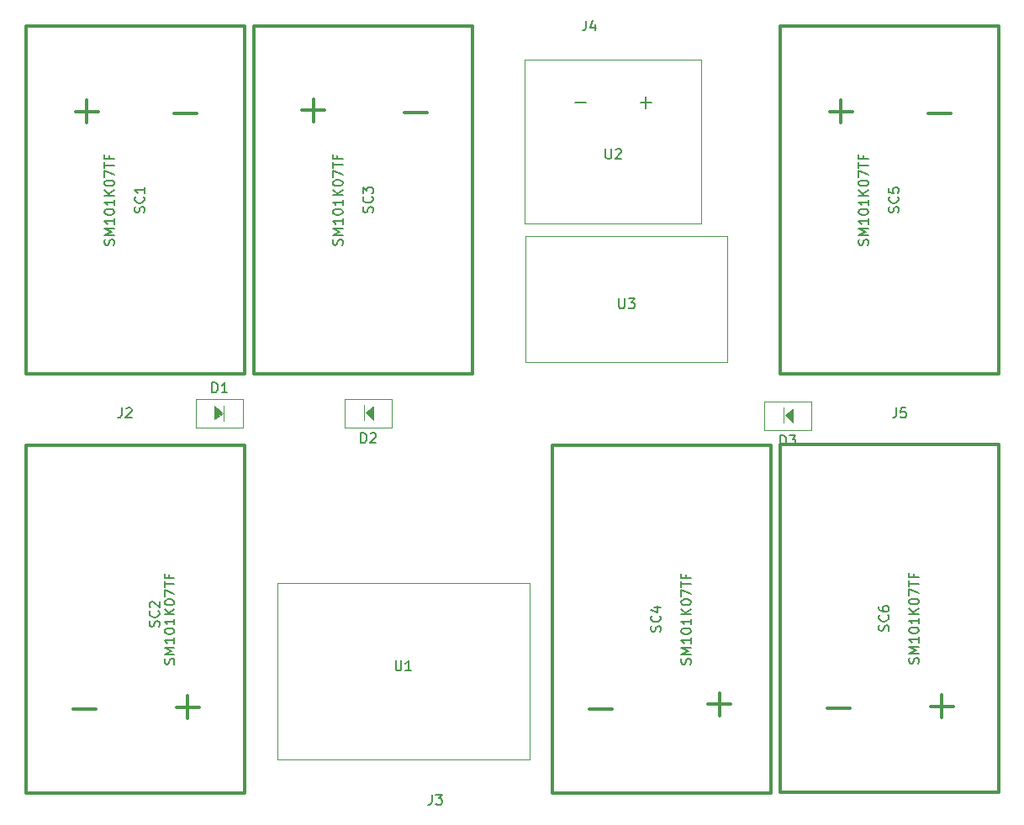
<source format=gbr>
%TF.GenerationSoftware,KiCad,Pcbnew,(5.1.10)-1*%
%TF.CreationDate,2022-05-09T17:44:24-07:00*%
%TF.ProjectId,solar-panel-side-Z,736f6c61-722d-4706-916e-656c2d736964,1.0*%
%TF.SameCoordinates,Original*%
%TF.FileFunction,Legend,Top*%
%TF.FilePolarity,Positive*%
%FSLAX46Y46*%
G04 Gerber Fmt 4.6, Leading zero omitted, Abs format (unit mm)*
G04 Created by KiCad (PCBNEW (5.1.10)-1) date 2022-05-09 17:44:24*
%MOMM*%
%LPD*%
G01*
G04 APERTURE LIST*
%ADD10C,0.120000*%
%ADD11C,0.100000*%
%ADD12C,0.300000*%
%ADD13C,0.150000*%
%ADD14C,0.200000*%
G04 APERTURE END LIST*
D10*
%TO.C,U1*%
X138500000Y-102610000D02*
X125800000Y-102610000D01*
X125800000Y-111500000D02*
X125800000Y-102610000D01*
X138500000Y-102610000D02*
X151200000Y-102610000D01*
X151200000Y-111500000D02*
X151200000Y-102610000D01*
X125800000Y-111500000D02*
X125800000Y-120390000D01*
X138500000Y-120390000D02*
X125800000Y-120390000D01*
X138500000Y-120390000D02*
X151200000Y-120390000D01*
X151200000Y-111500000D02*
X151200000Y-120390000D01*
%TO.C,D3*%
X174875000Y-87200000D02*
X179625000Y-87200000D01*
X179625000Y-87200000D02*
X179625000Y-84300000D01*
X174875000Y-87200000D02*
X174875000Y-84300000D01*
X174875000Y-84300000D02*
X179625000Y-84300000D01*
D11*
G36*
X177758000Y-86461200D02*
G01*
X176945200Y-85724600D01*
X177758000Y-85115000D01*
X177758000Y-86461200D01*
G37*
X177758000Y-86461200D02*
X176945200Y-85724600D01*
X177758000Y-85115000D01*
X177758000Y-86461200D01*
D10*
X176818200Y-84937200D02*
X176818200Y-86486600D01*
%TO.C,D2*%
X132625000Y-86950000D02*
X137375000Y-86950000D01*
X137375000Y-86950000D02*
X137375000Y-84050000D01*
X132625000Y-86950000D02*
X132625000Y-84050000D01*
X132625000Y-84050000D02*
X137375000Y-84050000D01*
D11*
G36*
X135508000Y-86211200D02*
G01*
X134695200Y-85474600D01*
X135508000Y-84865000D01*
X135508000Y-86211200D01*
G37*
X135508000Y-86211200D02*
X134695200Y-85474600D01*
X135508000Y-84865000D01*
X135508000Y-86211200D01*
D10*
X134568200Y-84687200D02*
X134568200Y-86236600D01*
%TO.C,D1*%
X122375000Y-84050000D02*
X117625000Y-84050000D01*
X117625000Y-84050000D02*
X117625000Y-86950000D01*
X122375000Y-84050000D02*
X122375000Y-86950000D01*
X122375000Y-86950000D02*
X117625000Y-86950000D01*
D11*
G36*
X119492000Y-84788800D02*
G01*
X120304800Y-85525400D01*
X119492000Y-86135000D01*
X119492000Y-84788800D01*
G37*
X119492000Y-84788800D02*
X120304800Y-85525400D01*
X119492000Y-86135000D01*
X119492000Y-84788800D01*
D10*
X120431800Y-86312800D02*
X120431800Y-84763400D01*
%TO.C,U3*%
X161000000Y-80350000D02*
X171160000Y-80350000D01*
X171160000Y-80350000D02*
X171160000Y-74000000D01*
X161000000Y-80350000D02*
X150840000Y-80350000D01*
X150840000Y-80350000D02*
X150840000Y-74000000D01*
X171160000Y-67650000D02*
X171160000Y-74000000D01*
X161000000Y-67650000D02*
X171160000Y-67650000D01*
X150840000Y-67650000D02*
X150840000Y-74000000D01*
X161000000Y-67650000D02*
X150840000Y-67650000D01*
%TO.C,U2*%
X159650000Y-66405000D02*
X168540000Y-66405000D01*
X159650000Y-66405000D02*
X150760000Y-66405000D01*
X150760000Y-66405000D02*
X150760000Y-64500000D01*
X150760000Y-64500000D02*
X150760000Y-49895000D01*
X168540000Y-66405000D02*
X168540000Y-49895000D01*
X150760000Y-49895000D02*
X168540000Y-49895000D01*
D12*
%TO.C,SC5*%
X176452000Y-81508000D02*
X176452000Y-46508000D01*
X176452000Y-46508000D02*
X198452000Y-46508000D01*
X198452000Y-46508000D02*
X198452000Y-81508000D01*
X198452000Y-81508000D02*
X176452000Y-81508000D01*
%TO.C,SC4*%
X153500000Y-88750000D02*
X175500000Y-88750000D01*
X153500000Y-123750000D02*
X153500000Y-88750000D01*
X175500000Y-123750000D02*
X153500000Y-123750000D01*
X175500000Y-88750000D02*
X175500000Y-123750000D01*
%TO.C,SC6*%
X176452000Y-88672000D02*
X198452000Y-88672000D01*
X176452000Y-123672000D02*
X176452000Y-88672000D01*
X198452000Y-123672000D02*
X176452000Y-123672000D01*
X198452000Y-88672000D02*
X198452000Y-123672000D01*
%TO.C,SC3*%
X145500000Y-81500000D02*
X123500000Y-81500000D01*
X145500000Y-46500000D02*
X145500000Y-81500000D01*
X123500000Y-46500000D02*
X145500000Y-46500000D01*
X123500000Y-81500000D02*
X123500000Y-46500000D01*
%TO.C,SC2*%
X122506000Y-88750000D02*
X122506000Y-123750000D01*
X122506000Y-123750000D02*
X100506000Y-123750000D01*
X100506000Y-123750000D02*
X100506000Y-88750000D01*
X100506000Y-88750000D02*
X122506000Y-88750000D01*
%TO.C,SC1*%
X100506000Y-81508000D02*
X100506000Y-46508000D01*
X100506000Y-46508000D02*
X122506000Y-46508000D01*
X122506000Y-46508000D02*
X122506000Y-81508000D01*
X122506000Y-81508000D02*
X100506000Y-81508000D01*
%TO.C,J5*%
D13*
X188166666Y-84952380D02*
X188166666Y-85666666D01*
X188119047Y-85809523D01*
X188023809Y-85904761D01*
X187880952Y-85952380D01*
X187785714Y-85952380D01*
X189119047Y-84952380D02*
X188642857Y-84952380D01*
X188595238Y-85428571D01*
X188642857Y-85380952D01*
X188738095Y-85333333D01*
X188976190Y-85333333D01*
X189071428Y-85380952D01*
X189119047Y-85428571D01*
X189166666Y-85523809D01*
X189166666Y-85761904D01*
X189119047Y-85857142D01*
X189071428Y-85904761D01*
X188976190Y-85952380D01*
X188738095Y-85952380D01*
X188642857Y-85904761D01*
X188595238Y-85857142D01*
%TO.C,J4*%
X156916666Y-45952380D02*
X156916666Y-46666666D01*
X156869047Y-46809523D01*
X156773809Y-46904761D01*
X156630952Y-46952380D01*
X156535714Y-46952380D01*
X157821428Y-46285714D02*
X157821428Y-46952380D01*
X157583333Y-45904761D02*
X157345238Y-46619047D01*
X157964285Y-46619047D01*
%TO.C,J3*%
X141416666Y-123952380D02*
X141416666Y-124666666D01*
X141369047Y-124809523D01*
X141273809Y-124904761D01*
X141130952Y-124952380D01*
X141035714Y-124952380D01*
X141797619Y-123952380D02*
X142416666Y-123952380D01*
X142083333Y-124333333D01*
X142226190Y-124333333D01*
X142321428Y-124380952D01*
X142369047Y-124428571D01*
X142416666Y-124523809D01*
X142416666Y-124761904D01*
X142369047Y-124857142D01*
X142321428Y-124904761D01*
X142226190Y-124952380D01*
X141940476Y-124952380D01*
X141845238Y-124904761D01*
X141797619Y-124857142D01*
%TO.C,J2*%
X110166666Y-84952380D02*
X110166666Y-85666666D01*
X110119047Y-85809523D01*
X110023809Y-85904761D01*
X109880952Y-85952380D01*
X109785714Y-85952380D01*
X110595238Y-85047619D02*
X110642857Y-85000000D01*
X110738095Y-84952380D01*
X110976190Y-84952380D01*
X111071428Y-85000000D01*
X111119047Y-85047619D01*
X111166666Y-85142857D01*
X111166666Y-85238095D01*
X111119047Y-85380952D01*
X110547619Y-85952380D01*
X111166666Y-85952380D01*
%TO.C,U1*%
X137738095Y-110452380D02*
X137738095Y-111261904D01*
X137785714Y-111357142D01*
X137833333Y-111404761D01*
X137928571Y-111452380D01*
X138119047Y-111452380D01*
X138214285Y-111404761D01*
X138261904Y-111357142D01*
X138309523Y-111261904D01*
X138309523Y-110452380D01*
X139309523Y-111452380D02*
X138738095Y-111452380D01*
X139023809Y-111452380D02*
X139023809Y-110452380D01*
X138928571Y-110595238D01*
X138833333Y-110690476D01*
X138738095Y-110738095D01*
%TO.C,D3*%
X176511904Y-88742380D02*
X176511904Y-87742380D01*
X176750000Y-87742380D01*
X176892857Y-87790000D01*
X176988095Y-87885238D01*
X177035714Y-87980476D01*
X177083333Y-88170952D01*
X177083333Y-88313809D01*
X177035714Y-88504285D01*
X176988095Y-88599523D01*
X176892857Y-88694761D01*
X176750000Y-88742380D01*
X176511904Y-88742380D01*
X177416666Y-87742380D02*
X178035714Y-87742380D01*
X177702380Y-88123333D01*
X177845238Y-88123333D01*
X177940476Y-88170952D01*
X177988095Y-88218571D01*
X178035714Y-88313809D01*
X178035714Y-88551904D01*
X177988095Y-88647142D01*
X177940476Y-88694761D01*
X177845238Y-88742380D01*
X177559523Y-88742380D01*
X177464285Y-88694761D01*
X177416666Y-88647142D01*
%TO.C,D2*%
X134261904Y-88492380D02*
X134261904Y-87492380D01*
X134500000Y-87492380D01*
X134642857Y-87540000D01*
X134738095Y-87635238D01*
X134785714Y-87730476D01*
X134833333Y-87920952D01*
X134833333Y-88063809D01*
X134785714Y-88254285D01*
X134738095Y-88349523D01*
X134642857Y-88444761D01*
X134500000Y-88492380D01*
X134261904Y-88492380D01*
X135214285Y-87587619D02*
X135261904Y-87540000D01*
X135357142Y-87492380D01*
X135595238Y-87492380D01*
X135690476Y-87540000D01*
X135738095Y-87587619D01*
X135785714Y-87682857D01*
X135785714Y-87778095D01*
X135738095Y-87920952D01*
X135166666Y-88492380D01*
X135785714Y-88492380D01*
%TO.C,D1*%
X119261904Y-83412380D02*
X119261904Y-82412380D01*
X119500000Y-82412380D01*
X119642857Y-82460000D01*
X119738095Y-82555238D01*
X119785714Y-82650476D01*
X119833333Y-82840952D01*
X119833333Y-82983809D01*
X119785714Y-83174285D01*
X119738095Y-83269523D01*
X119642857Y-83364761D01*
X119500000Y-83412380D01*
X119261904Y-83412380D01*
X120785714Y-83412380D02*
X120214285Y-83412380D01*
X120500000Y-83412380D02*
X120500000Y-82412380D01*
X120404761Y-82555238D01*
X120309523Y-82650476D01*
X120214285Y-82698095D01*
%TO.C,U3*%
X160238095Y-73952380D02*
X160238095Y-74761904D01*
X160285714Y-74857142D01*
X160333333Y-74904761D01*
X160428571Y-74952380D01*
X160619047Y-74952380D01*
X160714285Y-74904761D01*
X160761904Y-74857142D01*
X160809523Y-74761904D01*
X160809523Y-73952380D01*
X161190476Y-73952380D02*
X161809523Y-73952380D01*
X161476190Y-74333333D01*
X161619047Y-74333333D01*
X161714285Y-74380952D01*
X161761904Y-74428571D01*
X161809523Y-74523809D01*
X161809523Y-74761904D01*
X161761904Y-74857142D01*
X161714285Y-74904761D01*
X161619047Y-74952380D01*
X161333333Y-74952380D01*
X161238095Y-74904761D01*
X161190476Y-74857142D01*
%TO.C,U2*%
X158888095Y-58872380D02*
X158888095Y-59681904D01*
X158935714Y-59777142D01*
X158983333Y-59824761D01*
X159078571Y-59872380D01*
X159269047Y-59872380D01*
X159364285Y-59824761D01*
X159411904Y-59777142D01*
X159459523Y-59681904D01*
X159459523Y-58872380D01*
X159888095Y-58967619D02*
X159935714Y-58920000D01*
X160030952Y-58872380D01*
X160269047Y-58872380D01*
X160364285Y-58920000D01*
X160411904Y-58967619D01*
X160459523Y-59062857D01*
X160459523Y-59158095D01*
X160411904Y-59300952D01*
X159840476Y-59872380D01*
X160459523Y-59872380D01*
D14*
X162380571Y-54193142D02*
X163523428Y-54193142D01*
X162952000Y-54764571D02*
X162952000Y-53621714D01*
X155776571Y-54193142D02*
X156919428Y-54193142D01*
%TO.C,SC5*%
D13*
X188356761Y-65269904D02*
X188404380Y-65127047D01*
X188404380Y-64888952D01*
X188356761Y-64793714D01*
X188309142Y-64746095D01*
X188213904Y-64698476D01*
X188118666Y-64698476D01*
X188023428Y-64746095D01*
X187975809Y-64793714D01*
X187928190Y-64888952D01*
X187880571Y-65079428D01*
X187832952Y-65174666D01*
X187785333Y-65222285D01*
X187690095Y-65269904D01*
X187594857Y-65269904D01*
X187499619Y-65222285D01*
X187452000Y-65174666D01*
X187404380Y-65079428D01*
X187404380Y-64841333D01*
X187452000Y-64698476D01*
X188309142Y-63698476D02*
X188356761Y-63746095D01*
X188404380Y-63888952D01*
X188404380Y-63984190D01*
X188356761Y-64127047D01*
X188261523Y-64222285D01*
X188166285Y-64269904D01*
X187975809Y-64317523D01*
X187832952Y-64317523D01*
X187642476Y-64269904D01*
X187547238Y-64222285D01*
X187452000Y-64127047D01*
X187404380Y-63984190D01*
X187404380Y-63888952D01*
X187452000Y-63746095D01*
X187499619Y-63698476D01*
X187404380Y-62793714D02*
X187404380Y-63269904D01*
X187880571Y-63317523D01*
X187832952Y-63269904D01*
X187785333Y-63174666D01*
X187785333Y-62936571D01*
X187832952Y-62841333D01*
X187880571Y-62793714D01*
X187975809Y-62746095D01*
X188213904Y-62746095D01*
X188309142Y-62793714D01*
X188356761Y-62841333D01*
X188404380Y-62936571D01*
X188404380Y-63174666D01*
X188356761Y-63269904D01*
X188309142Y-63317523D01*
X185316761Y-68555619D02*
X185364380Y-68412761D01*
X185364380Y-68174666D01*
X185316761Y-68079428D01*
X185269142Y-68031809D01*
X185173904Y-67984190D01*
X185078666Y-67984190D01*
X184983428Y-68031809D01*
X184935809Y-68079428D01*
X184888190Y-68174666D01*
X184840571Y-68365142D01*
X184792952Y-68460380D01*
X184745333Y-68508000D01*
X184650095Y-68555619D01*
X184554857Y-68555619D01*
X184459619Y-68508000D01*
X184412000Y-68460380D01*
X184364380Y-68365142D01*
X184364380Y-68127047D01*
X184412000Y-67984190D01*
X185364380Y-67555619D02*
X184364380Y-67555619D01*
X185078666Y-67222285D01*
X184364380Y-66888952D01*
X185364380Y-66888952D01*
X185364380Y-65888952D02*
X185364380Y-66460380D01*
X185364380Y-66174666D02*
X184364380Y-66174666D01*
X184507238Y-66269904D01*
X184602476Y-66365142D01*
X184650095Y-66460380D01*
X184364380Y-65269904D02*
X184364380Y-65174666D01*
X184412000Y-65079428D01*
X184459619Y-65031809D01*
X184554857Y-64984190D01*
X184745333Y-64936571D01*
X184983428Y-64936571D01*
X185173904Y-64984190D01*
X185269142Y-65031809D01*
X185316761Y-65079428D01*
X185364380Y-65174666D01*
X185364380Y-65269904D01*
X185316761Y-65365142D01*
X185269142Y-65412761D01*
X185173904Y-65460380D01*
X184983428Y-65508000D01*
X184745333Y-65508000D01*
X184554857Y-65460380D01*
X184459619Y-65412761D01*
X184412000Y-65365142D01*
X184364380Y-65269904D01*
X185364380Y-63984190D02*
X185364380Y-64555619D01*
X185364380Y-64269904D02*
X184364380Y-64269904D01*
X184507238Y-64365142D01*
X184602476Y-64460380D01*
X184650095Y-64555619D01*
X185364380Y-63555619D02*
X184364380Y-63555619D01*
X185364380Y-62984190D02*
X184792952Y-63412761D01*
X184364380Y-62984190D02*
X184935809Y-63555619D01*
X184364380Y-62365142D02*
X184364380Y-62269904D01*
X184412000Y-62174666D01*
X184459619Y-62127047D01*
X184554857Y-62079428D01*
X184745333Y-62031809D01*
X184983428Y-62031809D01*
X185173904Y-62079428D01*
X185269142Y-62127047D01*
X185316761Y-62174666D01*
X185364380Y-62269904D01*
X185364380Y-62365142D01*
X185316761Y-62460380D01*
X185269142Y-62508000D01*
X185173904Y-62555619D01*
X184983428Y-62603238D01*
X184745333Y-62603238D01*
X184554857Y-62555619D01*
X184459619Y-62508000D01*
X184412000Y-62460380D01*
X184364380Y-62365142D01*
X184364380Y-61698476D02*
X184364380Y-61031809D01*
X185364380Y-61460380D01*
X184364380Y-60793714D02*
X184364380Y-60222285D01*
X185364380Y-60508000D02*
X184364380Y-60508000D01*
X184840571Y-59555619D02*
X184840571Y-59888952D01*
X185364380Y-59888952D02*
X184364380Y-59888952D01*
X184364380Y-59412761D01*
D12*
X191389142Y-55332285D02*
X193674857Y-55332285D01*
X182586285Y-56260857D02*
X182586285Y-53975142D01*
X183729142Y-55118000D02*
X181443428Y-55118000D01*
%TO.C,SC4*%
D13*
X164404761Y-107511904D02*
X164452380Y-107369047D01*
X164452380Y-107130952D01*
X164404761Y-107035714D01*
X164357142Y-106988095D01*
X164261904Y-106940476D01*
X164166666Y-106940476D01*
X164071428Y-106988095D01*
X164023809Y-107035714D01*
X163976190Y-107130952D01*
X163928571Y-107321428D01*
X163880952Y-107416666D01*
X163833333Y-107464285D01*
X163738095Y-107511904D01*
X163642857Y-107511904D01*
X163547619Y-107464285D01*
X163500000Y-107416666D01*
X163452380Y-107321428D01*
X163452380Y-107083333D01*
X163500000Y-106940476D01*
X164357142Y-105940476D02*
X164404761Y-105988095D01*
X164452380Y-106130952D01*
X164452380Y-106226190D01*
X164404761Y-106369047D01*
X164309523Y-106464285D01*
X164214285Y-106511904D01*
X164023809Y-106559523D01*
X163880952Y-106559523D01*
X163690476Y-106511904D01*
X163595238Y-106464285D01*
X163500000Y-106369047D01*
X163452380Y-106226190D01*
X163452380Y-106130952D01*
X163500000Y-105988095D01*
X163547619Y-105940476D01*
X163785714Y-105083333D02*
X164452380Y-105083333D01*
X163404761Y-105321428D02*
X164119047Y-105559523D01*
X164119047Y-104940476D01*
X167444761Y-110797619D02*
X167492380Y-110654761D01*
X167492380Y-110416666D01*
X167444761Y-110321428D01*
X167397142Y-110273809D01*
X167301904Y-110226190D01*
X167206666Y-110226190D01*
X167111428Y-110273809D01*
X167063809Y-110321428D01*
X167016190Y-110416666D01*
X166968571Y-110607142D01*
X166920952Y-110702380D01*
X166873333Y-110750000D01*
X166778095Y-110797619D01*
X166682857Y-110797619D01*
X166587619Y-110750000D01*
X166540000Y-110702380D01*
X166492380Y-110607142D01*
X166492380Y-110369047D01*
X166540000Y-110226190D01*
X167492380Y-109797619D02*
X166492380Y-109797619D01*
X167206666Y-109464285D01*
X166492380Y-109130952D01*
X167492380Y-109130952D01*
X167492380Y-108130952D02*
X167492380Y-108702380D01*
X167492380Y-108416666D02*
X166492380Y-108416666D01*
X166635238Y-108511904D01*
X166730476Y-108607142D01*
X166778095Y-108702380D01*
X166492380Y-107511904D02*
X166492380Y-107416666D01*
X166540000Y-107321428D01*
X166587619Y-107273809D01*
X166682857Y-107226190D01*
X166873333Y-107178571D01*
X167111428Y-107178571D01*
X167301904Y-107226190D01*
X167397142Y-107273809D01*
X167444761Y-107321428D01*
X167492380Y-107416666D01*
X167492380Y-107511904D01*
X167444761Y-107607142D01*
X167397142Y-107654761D01*
X167301904Y-107702380D01*
X167111428Y-107750000D01*
X166873333Y-107750000D01*
X166682857Y-107702380D01*
X166587619Y-107654761D01*
X166540000Y-107607142D01*
X166492380Y-107511904D01*
X167492380Y-106226190D02*
X167492380Y-106797619D01*
X167492380Y-106511904D02*
X166492380Y-106511904D01*
X166635238Y-106607142D01*
X166730476Y-106702380D01*
X166778095Y-106797619D01*
X167492380Y-105797619D02*
X166492380Y-105797619D01*
X167492380Y-105226190D02*
X166920952Y-105654761D01*
X166492380Y-105226190D02*
X167063809Y-105797619D01*
X166492380Y-104607142D02*
X166492380Y-104511904D01*
X166540000Y-104416666D01*
X166587619Y-104369047D01*
X166682857Y-104321428D01*
X166873333Y-104273809D01*
X167111428Y-104273809D01*
X167301904Y-104321428D01*
X167397142Y-104369047D01*
X167444761Y-104416666D01*
X167492380Y-104511904D01*
X167492380Y-104607142D01*
X167444761Y-104702380D01*
X167397142Y-104750000D01*
X167301904Y-104797619D01*
X167111428Y-104845238D01*
X166873333Y-104845238D01*
X166682857Y-104797619D01*
X166587619Y-104750000D01*
X166540000Y-104702380D01*
X166492380Y-104607142D01*
X166492380Y-103940476D02*
X166492380Y-103273809D01*
X167492380Y-103702380D01*
X166492380Y-103035714D02*
X166492380Y-102464285D01*
X167492380Y-102750000D02*
X166492380Y-102750000D01*
X166968571Y-101797619D02*
X166968571Y-102130952D01*
X167492380Y-102130952D02*
X166492380Y-102130952D01*
X166492380Y-101654761D01*
D12*
X170368285Y-115970857D02*
X170368285Y-113685142D01*
X171511142Y-114828000D02*
X169225428Y-114828000D01*
X157261142Y-115292285D02*
X159546857Y-115292285D01*
%TO.C,SC6*%
D13*
X187356761Y-107433904D02*
X187404380Y-107291047D01*
X187404380Y-107052952D01*
X187356761Y-106957714D01*
X187309142Y-106910095D01*
X187213904Y-106862476D01*
X187118666Y-106862476D01*
X187023428Y-106910095D01*
X186975809Y-106957714D01*
X186928190Y-107052952D01*
X186880571Y-107243428D01*
X186832952Y-107338666D01*
X186785333Y-107386285D01*
X186690095Y-107433904D01*
X186594857Y-107433904D01*
X186499619Y-107386285D01*
X186452000Y-107338666D01*
X186404380Y-107243428D01*
X186404380Y-107005333D01*
X186452000Y-106862476D01*
X187309142Y-105862476D02*
X187356761Y-105910095D01*
X187404380Y-106052952D01*
X187404380Y-106148190D01*
X187356761Y-106291047D01*
X187261523Y-106386285D01*
X187166285Y-106433904D01*
X186975809Y-106481523D01*
X186832952Y-106481523D01*
X186642476Y-106433904D01*
X186547238Y-106386285D01*
X186452000Y-106291047D01*
X186404380Y-106148190D01*
X186404380Y-106052952D01*
X186452000Y-105910095D01*
X186499619Y-105862476D01*
X186404380Y-105005333D02*
X186404380Y-105195809D01*
X186452000Y-105291047D01*
X186499619Y-105338666D01*
X186642476Y-105433904D01*
X186832952Y-105481523D01*
X187213904Y-105481523D01*
X187309142Y-105433904D01*
X187356761Y-105386285D01*
X187404380Y-105291047D01*
X187404380Y-105100571D01*
X187356761Y-105005333D01*
X187309142Y-104957714D01*
X187213904Y-104910095D01*
X186975809Y-104910095D01*
X186880571Y-104957714D01*
X186832952Y-105005333D01*
X186785333Y-105100571D01*
X186785333Y-105291047D01*
X186832952Y-105386285D01*
X186880571Y-105433904D01*
X186975809Y-105481523D01*
X190396761Y-110719619D02*
X190444380Y-110576761D01*
X190444380Y-110338666D01*
X190396761Y-110243428D01*
X190349142Y-110195809D01*
X190253904Y-110148190D01*
X190158666Y-110148190D01*
X190063428Y-110195809D01*
X190015809Y-110243428D01*
X189968190Y-110338666D01*
X189920571Y-110529142D01*
X189872952Y-110624380D01*
X189825333Y-110672000D01*
X189730095Y-110719619D01*
X189634857Y-110719619D01*
X189539619Y-110672000D01*
X189492000Y-110624380D01*
X189444380Y-110529142D01*
X189444380Y-110291047D01*
X189492000Y-110148190D01*
X190444380Y-109719619D02*
X189444380Y-109719619D01*
X190158666Y-109386285D01*
X189444380Y-109052952D01*
X190444380Y-109052952D01*
X190444380Y-108052952D02*
X190444380Y-108624380D01*
X190444380Y-108338666D02*
X189444380Y-108338666D01*
X189587238Y-108433904D01*
X189682476Y-108529142D01*
X189730095Y-108624380D01*
X189444380Y-107433904D02*
X189444380Y-107338666D01*
X189492000Y-107243428D01*
X189539619Y-107195809D01*
X189634857Y-107148190D01*
X189825333Y-107100571D01*
X190063428Y-107100571D01*
X190253904Y-107148190D01*
X190349142Y-107195809D01*
X190396761Y-107243428D01*
X190444380Y-107338666D01*
X190444380Y-107433904D01*
X190396761Y-107529142D01*
X190349142Y-107576761D01*
X190253904Y-107624380D01*
X190063428Y-107672000D01*
X189825333Y-107672000D01*
X189634857Y-107624380D01*
X189539619Y-107576761D01*
X189492000Y-107529142D01*
X189444380Y-107433904D01*
X190444380Y-106148190D02*
X190444380Y-106719619D01*
X190444380Y-106433904D02*
X189444380Y-106433904D01*
X189587238Y-106529142D01*
X189682476Y-106624380D01*
X189730095Y-106719619D01*
X190444380Y-105719619D02*
X189444380Y-105719619D01*
X190444380Y-105148190D02*
X189872952Y-105576761D01*
X189444380Y-105148190D02*
X190015809Y-105719619D01*
X189444380Y-104529142D02*
X189444380Y-104433904D01*
X189492000Y-104338666D01*
X189539619Y-104291047D01*
X189634857Y-104243428D01*
X189825333Y-104195809D01*
X190063428Y-104195809D01*
X190253904Y-104243428D01*
X190349142Y-104291047D01*
X190396761Y-104338666D01*
X190444380Y-104433904D01*
X190444380Y-104529142D01*
X190396761Y-104624380D01*
X190349142Y-104672000D01*
X190253904Y-104719619D01*
X190063428Y-104767238D01*
X189825333Y-104767238D01*
X189634857Y-104719619D01*
X189539619Y-104672000D01*
X189492000Y-104624380D01*
X189444380Y-104529142D01*
X189444380Y-103862476D02*
X189444380Y-103195809D01*
X190444380Y-103624380D01*
X189444380Y-102957714D02*
X189444380Y-102386285D01*
X190444380Y-102672000D02*
X189444380Y-102672000D01*
X189920571Y-101719619D02*
X189920571Y-102052952D01*
X190444380Y-102052952D02*
X189444380Y-102052952D01*
X189444380Y-101576761D01*
D12*
X192746285Y-116204857D02*
X192746285Y-113919142D01*
X193889142Y-115062000D02*
X191603428Y-115062000D01*
X181229142Y-115276285D02*
X183514857Y-115276285D01*
%TO.C,SC3*%
D13*
X135404761Y-65261904D02*
X135452380Y-65119047D01*
X135452380Y-64880952D01*
X135404761Y-64785714D01*
X135357142Y-64738095D01*
X135261904Y-64690476D01*
X135166666Y-64690476D01*
X135071428Y-64738095D01*
X135023809Y-64785714D01*
X134976190Y-64880952D01*
X134928571Y-65071428D01*
X134880952Y-65166666D01*
X134833333Y-65214285D01*
X134738095Y-65261904D01*
X134642857Y-65261904D01*
X134547619Y-65214285D01*
X134500000Y-65166666D01*
X134452380Y-65071428D01*
X134452380Y-64833333D01*
X134500000Y-64690476D01*
X135357142Y-63690476D02*
X135404761Y-63738095D01*
X135452380Y-63880952D01*
X135452380Y-63976190D01*
X135404761Y-64119047D01*
X135309523Y-64214285D01*
X135214285Y-64261904D01*
X135023809Y-64309523D01*
X134880952Y-64309523D01*
X134690476Y-64261904D01*
X134595238Y-64214285D01*
X134500000Y-64119047D01*
X134452380Y-63976190D01*
X134452380Y-63880952D01*
X134500000Y-63738095D01*
X134547619Y-63690476D01*
X134452380Y-63357142D02*
X134452380Y-62738095D01*
X134833333Y-63071428D01*
X134833333Y-62928571D01*
X134880952Y-62833333D01*
X134928571Y-62785714D01*
X135023809Y-62738095D01*
X135261904Y-62738095D01*
X135357142Y-62785714D01*
X135404761Y-62833333D01*
X135452380Y-62928571D01*
X135452380Y-63214285D01*
X135404761Y-63309523D01*
X135357142Y-63357142D01*
X132364761Y-68547619D02*
X132412380Y-68404761D01*
X132412380Y-68166666D01*
X132364761Y-68071428D01*
X132317142Y-68023809D01*
X132221904Y-67976190D01*
X132126666Y-67976190D01*
X132031428Y-68023809D01*
X131983809Y-68071428D01*
X131936190Y-68166666D01*
X131888571Y-68357142D01*
X131840952Y-68452380D01*
X131793333Y-68500000D01*
X131698095Y-68547619D01*
X131602857Y-68547619D01*
X131507619Y-68500000D01*
X131460000Y-68452380D01*
X131412380Y-68357142D01*
X131412380Y-68119047D01*
X131460000Y-67976190D01*
X132412380Y-67547619D02*
X131412380Y-67547619D01*
X132126666Y-67214285D01*
X131412380Y-66880952D01*
X132412380Y-66880952D01*
X132412380Y-65880952D02*
X132412380Y-66452380D01*
X132412380Y-66166666D02*
X131412380Y-66166666D01*
X131555238Y-66261904D01*
X131650476Y-66357142D01*
X131698095Y-66452380D01*
X131412380Y-65261904D02*
X131412380Y-65166666D01*
X131460000Y-65071428D01*
X131507619Y-65023809D01*
X131602857Y-64976190D01*
X131793333Y-64928571D01*
X132031428Y-64928571D01*
X132221904Y-64976190D01*
X132317142Y-65023809D01*
X132364761Y-65071428D01*
X132412380Y-65166666D01*
X132412380Y-65261904D01*
X132364761Y-65357142D01*
X132317142Y-65404761D01*
X132221904Y-65452380D01*
X132031428Y-65500000D01*
X131793333Y-65500000D01*
X131602857Y-65452380D01*
X131507619Y-65404761D01*
X131460000Y-65357142D01*
X131412380Y-65261904D01*
X132412380Y-63976190D02*
X132412380Y-64547619D01*
X132412380Y-64261904D02*
X131412380Y-64261904D01*
X131555238Y-64357142D01*
X131650476Y-64452380D01*
X131698095Y-64547619D01*
X132412380Y-63547619D02*
X131412380Y-63547619D01*
X132412380Y-62976190D02*
X131840952Y-63404761D01*
X131412380Y-62976190D02*
X131983809Y-63547619D01*
X131412380Y-62357142D02*
X131412380Y-62261904D01*
X131460000Y-62166666D01*
X131507619Y-62119047D01*
X131602857Y-62071428D01*
X131793333Y-62023809D01*
X132031428Y-62023809D01*
X132221904Y-62071428D01*
X132317142Y-62119047D01*
X132364761Y-62166666D01*
X132412380Y-62261904D01*
X132412380Y-62357142D01*
X132364761Y-62452380D01*
X132317142Y-62500000D01*
X132221904Y-62547619D01*
X132031428Y-62595238D01*
X131793333Y-62595238D01*
X131602857Y-62547619D01*
X131507619Y-62500000D01*
X131460000Y-62452380D01*
X131412380Y-62357142D01*
X131412380Y-61690476D02*
X131412380Y-61023809D01*
X132412380Y-61452380D01*
X131412380Y-60785714D02*
X131412380Y-60214285D01*
X132412380Y-60500000D02*
X131412380Y-60500000D01*
X131888571Y-59547619D02*
X131888571Y-59880952D01*
X132412380Y-59880952D02*
X131412380Y-59880952D01*
X131412380Y-59404761D01*
D12*
X129464285Y-56134857D02*
X129464285Y-53849142D01*
X130607142Y-54992000D02*
X128321428Y-54992000D01*
X138607142Y-55206285D02*
X140892857Y-55206285D01*
%TO.C,SC2*%
D13*
X113904761Y-107011904D02*
X113952380Y-106869047D01*
X113952380Y-106630952D01*
X113904761Y-106535714D01*
X113857142Y-106488095D01*
X113761904Y-106440476D01*
X113666666Y-106440476D01*
X113571428Y-106488095D01*
X113523809Y-106535714D01*
X113476190Y-106630952D01*
X113428571Y-106821428D01*
X113380952Y-106916666D01*
X113333333Y-106964285D01*
X113238095Y-107011904D01*
X113142857Y-107011904D01*
X113047619Y-106964285D01*
X113000000Y-106916666D01*
X112952380Y-106821428D01*
X112952380Y-106583333D01*
X113000000Y-106440476D01*
X113857142Y-105440476D02*
X113904761Y-105488095D01*
X113952380Y-105630952D01*
X113952380Y-105726190D01*
X113904761Y-105869047D01*
X113809523Y-105964285D01*
X113714285Y-106011904D01*
X113523809Y-106059523D01*
X113380952Y-106059523D01*
X113190476Y-106011904D01*
X113095238Y-105964285D01*
X113000000Y-105869047D01*
X112952380Y-105726190D01*
X112952380Y-105630952D01*
X113000000Y-105488095D01*
X113047619Y-105440476D01*
X113047619Y-105059523D02*
X113000000Y-105011904D01*
X112952380Y-104916666D01*
X112952380Y-104678571D01*
X113000000Y-104583333D01*
X113047619Y-104535714D01*
X113142857Y-104488095D01*
X113238095Y-104488095D01*
X113380952Y-104535714D01*
X113952380Y-105107142D01*
X113952380Y-104488095D01*
X115404761Y-110797619D02*
X115452380Y-110654761D01*
X115452380Y-110416666D01*
X115404761Y-110321428D01*
X115357142Y-110273809D01*
X115261904Y-110226190D01*
X115166666Y-110226190D01*
X115071428Y-110273809D01*
X115023809Y-110321428D01*
X114976190Y-110416666D01*
X114928571Y-110607142D01*
X114880952Y-110702380D01*
X114833333Y-110750000D01*
X114738095Y-110797619D01*
X114642857Y-110797619D01*
X114547619Y-110750000D01*
X114500000Y-110702380D01*
X114452380Y-110607142D01*
X114452380Y-110369047D01*
X114500000Y-110226190D01*
X115452380Y-109797619D02*
X114452380Y-109797619D01*
X115166666Y-109464285D01*
X114452380Y-109130952D01*
X115452380Y-109130952D01*
X115452380Y-108130952D02*
X115452380Y-108702380D01*
X115452380Y-108416666D02*
X114452380Y-108416666D01*
X114595238Y-108511904D01*
X114690476Y-108607142D01*
X114738095Y-108702380D01*
X114452380Y-107511904D02*
X114452380Y-107416666D01*
X114500000Y-107321428D01*
X114547619Y-107273809D01*
X114642857Y-107226190D01*
X114833333Y-107178571D01*
X115071428Y-107178571D01*
X115261904Y-107226190D01*
X115357142Y-107273809D01*
X115404761Y-107321428D01*
X115452380Y-107416666D01*
X115452380Y-107511904D01*
X115404761Y-107607142D01*
X115357142Y-107654761D01*
X115261904Y-107702380D01*
X115071428Y-107750000D01*
X114833333Y-107750000D01*
X114642857Y-107702380D01*
X114547619Y-107654761D01*
X114500000Y-107607142D01*
X114452380Y-107511904D01*
X115452380Y-106226190D02*
X115452380Y-106797619D01*
X115452380Y-106511904D02*
X114452380Y-106511904D01*
X114595238Y-106607142D01*
X114690476Y-106702380D01*
X114738095Y-106797619D01*
X115452380Y-105797619D02*
X114452380Y-105797619D01*
X115452380Y-105226190D02*
X114880952Y-105654761D01*
X114452380Y-105226190D02*
X115023809Y-105797619D01*
X114452380Y-104607142D02*
X114452380Y-104511904D01*
X114500000Y-104416666D01*
X114547619Y-104369047D01*
X114642857Y-104321428D01*
X114833333Y-104273809D01*
X115071428Y-104273809D01*
X115261904Y-104321428D01*
X115357142Y-104369047D01*
X115404761Y-104416666D01*
X115452380Y-104511904D01*
X115452380Y-104607142D01*
X115404761Y-104702380D01*
X115357142Y-104750000D01*
X115261904Y-104797619D01*
X115071428Y-104845238D01*
X114833333Y-104845238D01*
X114642857Y-104797619D01*
X114547619Y-104750000D01*
X114500000Y-104702380D01*
X114452380Y-104607142D01*
X114452380Y-103940476D02*
X114452380Y-103273809D01*
X115452380Y-103702380D01*
X114452380Y-103035714D02*
X114452380Y-102464285D01*
X115452380Y-102750000D02*
X114452380Y-102750000D01*
X114928571Y-101797619D02*
X114928571Y-102130952D01*
X115452380Y-102130952D02*
X114452380Y-102130952D01*
X114452380Y-101654761D01*
D12*
X105283142Y-115354285D02*
X107568857Y-115354285D01*
X116800285Y-116282857D02*
X116800285Y-113997142D01*
X117943142Y-115140000D02*
X115657428Y-115140000D01*
%TO.C,SC1*%
D13*
X112410761Y-65269904D02*
X112458380Y-65127047D01*
X112458380Y-64888952D01*
X112410761Y-64793714D01*
X112363142Y-64746095D01*
X112267904Y-64698476D01*
X112172666Y-64698476D01*
X112077428Y-64746095D01*
X112029809Y-64793714D01*
X111982190Y-64888952D01*
X111934571Y-65079428D01*
X111886952Y-65174666D01*
X111839333Y-65222285D01*
X111744095Y-65269904D01*
X111648857Y-65269904D01*
X111553619Y-65222285D01*
X111506000Y-65174666D01*
X111458380Y-65079428D01*
X111458380Y-64841333D01*
X111506000Y-64698476D01*
X112363142Y-63698476D02*
X112410761Y-63746095D01*
X112458380Y-63888952D01*
X112458380Y-63984190D01*
X112410761Y-64127047D01*
X112315523Y-64222285D01*
X112220285Y-64269904D01*
X112029809Y-64317523D01*
X111886952Y-64317523D01*
X111696476Y-64269904D01*
X111601238Y-64222285D01*
X111506000Y-64127047D01*
X111458380Y-63984190D01*
X111458380Y-63888952D01*
X111506000Y-63746095D01*
X111553619Y-63698476D01*
X112458380Y-62746095D02*
X112458380Y-63317523D01*
X112458380Y-63031809D02*
X111458380Y-63031809D01*
X111601238Y-63127047D01*
X111696476Y-63222285D01*
X111744095Y-63317523D01*
X109370761Y-68555619D02*
X109418380Y-68412761D01*
X109418380Y-68174666D01*
X109370761Y-68079428D01*
X109323142Y-68031809D01*
X109227904Y-67984190D01*
X109132666Y-67984190D01*
X109037428Y-68031809D01*
X108989809Y-68079428D01*
X108942190Y-68174666D01*
X108894571Y-68365142D01*
X108846952Y-68460380D01*
X108799333Y-68508000D01*
X108704095Y-68555619D01*
X108608857Y-68555619D01*
X108513619Y-68508000D01*
X108466000Y-68460380D01*
X108418380Y-68365142D01*
X108418380Y-68127047D01*
X108466000Y-67984190D01*
X109418380Y-67555619D02*
X108418380Y-67555619D01*
X109132666Y-67222285D01*
X108418380Y-66888952D01*
X109418380Y-66888952D01*
X109418380Y-65888952D02*
X109418380Y-66460380D01*
X109418380Y-66174666D02*
X108418380Y-66174666D01*
X108561238Y-66269904D01*
X108656476Y-66365142D01*
X108704095Y-66460380D01*
X108418380Y-65269904D02*
X108418380Y-65174666D01*
X108466000Y-65079428D01*
X108513619Y-65031809D01*
X108608857Y-64984190D01*
X108799333Y-64936571D01*
X109037428Y-64936571D01*
X109227904Y-64984190D01*
X109323142Y-65031809D01*
X109370761Y-65079428D01*
X109418380Y-65174666D01*
X109418380Y-65269904D01*
X109370761Y-65365142D01*
X109323142Y-65412761D01*
X109227904Y-65460380D01*
X109037428Y-65508000D01*
X108799333Y-65508000D01*
X108608857Y-65460380D01*
X108513619Y-65412761D01*
X108466000Y-65365142D01*
X108418380Y-65269904D01*
X109418380Y-63984190D02*
X109418380Y-64555619D01*
X109418380Y-64269904D02*
X108418380Y-64269904D01*
X108561238Y-64365142D01*
X108656476Y-64460380D01*
X108704095Y-64555619D01*
X109418380Y-63555619D02*
X108418380Y-63555619D01*
X109418380Y-62984190D02*
X108846952Y-63412761D01*
X108418380Y-62984190D02*
X108989809Y-63555619D01*
X108418380Y-62365142D02*
X108418380Y-62269904D01*
X108466000Y-62174666D01*
X108513619Y-62127047D01*
X108608857Y-62079428D01*
X108799333Y-62031809D01*
X109037428Y-62031809D01*
X109227904Y-62079428D01*
X109323142Y-62127047D01*
X109370761Y-62174666D01*
X109418380Y-62269904D01*
X109418380Y-62365142D01*
X109370761Y-62460380D01*
X109323142Y-62508000D01*
X109227904Y-62555619D01*
X109037428Y-62603238D01*
X108799333Y-62603238D01*
X108608857Y-62555619D01*
X108513619Y-62508000D01*
X108466000Y-62460380D01*
X108418380Y-62365142D01*
X108418380Y-61698476D02*
X108418380Y-61031809D01*
X109418380Y-61460380D01*
X108418380Y-60793714D02*
X108418380Y-60222285D01*
X109418380Y-60508000D02*
X108418380Y-60508000D01*
X108894571Y-59555619D02*
X108894571Y-59888952D01*
X109418380Y-59888952D02*
X108418380Y-59888952D01*
X108418380Y-59412761D01*
D12*
X115443142Y-55332285D02*
X117728857Y-55332285D01*
X106640285Y-56260857D02*
X106640285Y-53975142D01*
X107783142Y-55118000D02*
X105497428Y-55118000D01*
%TD*%
M02*

</source>
